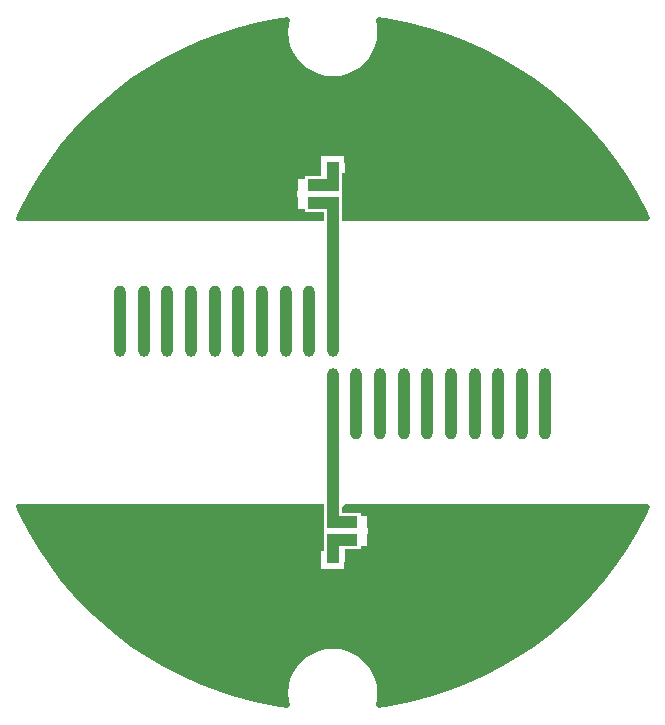
<source format=gtl>
G04*
G04 #@! TF.GenerationSoftware,Altium Limited,Altium Designer,21.1.1 (26)*
G04*
G04 Layer_Physical_Order=1*
G04 Layer_Color=255*
%FSLAX25Y25*%
%MOIN*%
G70*
G04*
G04 #@! TF.SameCoordinates,A007A2E6-7F3F-4EDA-8956-8A6C2462A32F*
G04*
G04*
G04 #@! TF.FilePolarity,Positive*
G04*
G01*
G75*
%ADD12R,0.02953X0.03937*%
%ADD13R,0.04134X0.08661*%
%ADD14R,0.03937X0.03937*%
%ADD15R,0.03937X0.02953*%
%ADD21O,0.03937X0.47244*%
%ADD22O,0.03937X0.23622*%
%ADD23C,0.03937*%
%ADD24R,0.09843X0.03937*%
%ADD25R,0.03937X0.07874*%
%ADD26R,0.03937X0.06890*%
%ADD27C,0.01772*%
G36*
X-2994Y-47244D02*
X-2988Y-47290D01*
Y-51181D01*
Y-54650D01*
X-2988Y-55118D01*
X-2968Y-55626D01*
X-2968Y-56579D01*
X-2968Y-56579D01*
Y-56988D01*
X-2988Y-57087D01*
Y-62992D01*
X-3937D01*
Y-68898D01*
X3937D01*
Y-62992D01*
X3937D01*
X4022Y-62043D01*
X7874D01*
X7972Y-62024D01*
X9366D01*
Y-61024D01*
X11811D01*
Y-51181D01*
X11811Y-51181D01*
X9366D01*
Y-50181D01*
X7973D01*
X7874Y-50161D01*
X2988D01*
Y-48226D01*
X3953Y-47244D01*
X105105D01*
X105640Y-48070D01*
X104608Y-50377D01*
X101619Y-56163D01*
X98310Y-61773D01*
X94691Y-67188D01*
X90775Y-72392D01*
X86573Y-77368D01*
X82099Y-82100D01*
X77367Y-86574D01*
X72391Y-90776D01*
X67187Y-94692D01*
X61772Y-98311D01*
X56163Y-101619D01*
X50376Y-104609D01*
X44432Y-107269D01*
X38347Y-109591D01*
X32142Y-111569D01*
X25836Y-113196D01*
X19448Y-114466D01*
X15046Y-115088D01*
X14263Y-114204D01*
X14658Y-112558D01*
X14841Y-110236D01*
X14658Y-107915D01*
X14115Y-105650D01*
X13223Y-103498D01*
X12007Y-101513D01*
X10494Y-99742D01*
X8723Y-98230D01*
X6738Y-97013D01*
X4586Y-96122D01*
X2322Y-95578D01*
X0Y-95395D01*
X-2322Y-95578D01*
X-4586Y-96122D01*
X-6738Y-97013D01*
X-8723Y-98230D01*
X-10494Y-99742D01*
X-12007Y-101513D01*
X-13223Y-103498D01*
X-14115Y-105650D01*
X-14658Y-107915D01*
X-14841Y-110236D01*
X-14658Y-112558D01*
X-14263Y-114204D01*
X-15046Y-115088D01*
X-19448Y-114466D01*
X-25836Y-113196D01*
X-32142Y-111569D01*
X-38347Y-109591D01*
X-44432Y-107269D01*
X-50376Y-104609D01*
X-56163Y-101619D01*
X-61772Y-98311D01*
X-67187Y-94692D01*
X-72391Y-90776D01*
X-77367Y-86574D01*
X-82099Y-82100D01*
X-86573Y-77368D01*
X-90775Y-72392D01*
X-94691Y-67188D01*
X-98310Y-61773D01*
X-101619Y-56163D01*
X-104608Y-50377D01*
X-105640Y-48070D01*
X-105105Y-47244D01*
X-2994D01*
D02*
G37*
G36*
X19448Y114465D02*
X25836Y113194D01*
X32142Y111567D01*
X38347Y109590D01*
X44432Y107267D01*
X50376Y104607D01*
X56163Y101618D01*
X61772Y98309D01*
X67187Y94691D01*
X72391Y90775D01*
X77367Y86573D01*
X82099Y82099D01*
X86573Y77366D01*
X90775Y72390D01*
X94691Y67186D01*
X98310Y61771D01*
X101619Y56162D01*
X104608Y50376D01*
X105640Y48070D01*
X105104Y47244D01*
X2994D01*
Y47244D01*
X2988Y47290D01*
Y53150D01*
X2988Y53150D01*
Y54650D01*
X2988Y55118D01*
X2968Y55626D01*
X2968Y56579D01*
X2968Y56579D01*
Y56988D01*
X2988Y57087D01*
Y58071D01*
X2988Y58071D01*
Y62992D01*
X3937D01*
X3937Y68898D01*
X-3937D01*
X-3937Y63028D01*
X-4022Y62043D01*
X-7874D01*
X-7972Y62024D01*
X-9366D01*
Y61024D01*
X-11811D01*
X-11811Y51181D01*
X-11811Y51181D01*
X-9366Y51181D01*
Y50181D01*
X-7973D01*
X-7874Y50161D01*
X-2988D01*
Y47290D01*
X-2994Y47244D01*
Y47244D01*
X-105104D01*
X-105640Y48070D01*
X-104608Y50376D01*
X-101619Y56162D01*
X-98310Y61771D01*
X-94691Y67186D01*
X-90775Y72390D01*
X-86573Y77366D01*
X-82099Y82099D01*
X-77367Y86573D01*
X-72391Y90775D01*
X-67187Y94691D01*
X-61772Y98309D01*
X-56163Y101618D01*
X-50376Y104607D01*
X-44432Y107267D01*
X-38347Y109590D01*
X-32142Y111567D01*
X-25836Y113194D01*
X-19448Y114465D01*
X-15047Y115086D01*
X-14263Y114203D01*
X-14658Y112558D01*
X-14841Y110236D01*
X-14658Y107915D01*
X-14115Y105650D01*
X-13223Y103498D01*
X-12007Y101513D01*
X-10494Y99742D01*
X-8723Y98230D01*
X-6738Y97013D01*
X-4586Y96122D01*
X-2322Y95578D01*
X0Y95395D01*
X2322Y95578D01*
X4586Y96122D01*
X6738Y97013D01*
X8723Y98230D01*
X10494Y99742D01*
X12007Y101513D01*
X13223Y103498D01*
X14115Y105650D01*
X14658Y107915D01*
X14841Y110236D01*
X14658Y112558D01*
X14263Y114203D01*
X15047Y115086D01*
X19448Y114465D01*
D02*
G37*
D12*
X12795Y-59055D02*
D03*
Y-53150D02*
D03*
X-12795Y53150D02*
D03*
Y59055D02*
D03*
X6890Y-59055D02*
D03*
X-6890Y59055D02*
D03*
X6890Y-53150D02*
D03*
X-6890Y53150D02*
D03*
D13*
X-5807Y-70866D02*
D03*
X5807Y-70866D02*
D03*
X-5807Y70866D02*
D03*
X5807Y70866D02*
D03*
D14*
X0Y-76772D02*
D03*
X0Y76772D02*
D03*
X-0Y-64961D02*
D03*
X0Y64961D02*
D03*
D15*
X0Y-59055D02*
D03*
Y-53150D02*
D03*
Y53150D02*
D03*
Y59055D02*
D03*
D21*
X0Y-25591D02*
D03*
Y25591D02*
D03*
D22*
X7874Y-13780D02*
D03*
X15748Y-13780D02*
D03*
X23622Y-13780D02*
D03*
X31496Y-13780D02*
D03*
X39370Y-13780D02*
D03*
X47244Y-13780D02*
D03*
X55118Y-13780D02*
D03*
X62992Y-13780D02*
D03*
X70866Y-13780D02*
D03*
X-7874Y13780D02*
D03*
X-15748Y13779D02*
D03*
X-23622Y13780D02*
D03*
X-31496Y13780D02*
D03*
X-39370Y13780D02*
D03*
X-47244Y13780D02*
D03*
X-55118Y13780D02*
D03*
X-62992Y13780D02*
D03*
X-70866Y13780D02*
D03*
D23*
X0Y47244D02*
D03*
X-0Y-47244D02*
D03*
X7874Y-23622D02*
D03*
X7874Y-3937D02*
D03*
X0Y-3937D02*
D03*
X15748Y-23622D02*
D03*
X15748Y-3937D02*
D03*
X23622Y-23622D02*
D03*
X23622Y-3937D02*
D03*
X31496Y-23622D02*
D03*
X31496Y-3937D02*
D03*
X39370Y-23622D02*
D03*
X39370Y-3937D02*
D03*
X47244Y-23622D02*
D03*
X47244Y-3937D02*
D03*
X55118Y-23622D02*
D03*
X55118Y-3937D02*
D03*
X62992Y-23622D02*
D03*
X62992Y-3937D02*
D03*
X70866Y-23622D02*
D03*
Y-3937D02*
D03*
X-7874Y23622D02*
D03*
X-7874Y3937D02*
D03*
X-0Y3937D02*
D03*
X-15748Y23622D02*
D03*
X-15748Y3937D02*
D03*
X-23622Y23622D02*
D03*
X-23622Y3937D02*
D03*
X-31496Y23622D02*
D03*
X-31496Y3937D02*
D03*
X-39370Y23622D02*
D03*
X-39370Y3937D02*
D03*
X-47244Y23622D02*
D03*
X-47244Y3937D02*
D03*
X-55118Y23622D02*
D03*
X-55118Y3937D02*
D03*
X-62992Y23622D02*
D03*
X-62992Y3937D02*
D03*
X-70866Y23622D02*
D03*
X-70866Y3937D02*
D03*
D24*
X-2953Y59055D02*
D03*
Y53150D02*
D03*
X2953Y-53150D02*
D03*
Y-59055D02*
D03*
D25*
X0Y62008D02*
D03*
Y-62008D02*
D03*
D26*
X0Y49705D02*
D03*
X0Y-49705D02*
D03*
D27*
X77941Y54705D02*
D03*
X70067D02*
D03*
X62193Y70453D02*
D03*
X66130Y62579D02*
D03*
X62193Y54705D02*
D03*
X54319Y70453D02*
D03*
X58256Y62579D02*
D03*
X54319Y54705D02*
D03*
X50382Y78327D02*
D03*
X46445Y70453D02*
D03*
X50382Y62579D02*
D03*
X46445Y54705D02*
D03*
X38571Y86201D02*
D03*
X42508Y78327D02*
D03*
X38571Y70453D02*
D03*
X42508Y62579D02*
D03*
X38571Y54705D02*
D03*
X30697Y86201D02*
D03*
X34634Y78327D02*
D03*
X30697Y70453D02*
D03*
X34634Y62579D02*
D03*
X30697Y54705D02*
D03*
X22823Y86201D02*
D03*
X26760Y78327D02*
D03*
X22823Y70453D02*
D03*
X26760Y62579D02*
D03*
X22823Y54705D02*
D03*
X14949Y86201D02*
D03*
X18886Y78327D02*
D03*
X14949Y70453D02*
D03*
X18886Y62579D02*
D03*
X14949Y54705D02*
D03*
X7075Y86201D02*
D03*
X11012Y78327D02*
D03*
Y62579D02*
D03*
X7075Y54705D02*
D03*
X-799Y86201D02*
D03*
X-8673D02*
D03*
X-4736Y78327D02*
D03*
X-16547Y86201D02*
D03*
X-12610Y78327D02*
D03*
X-16547Y70453D02*
D03*
X-12610Y62579D02*
D03*
X-16547Y54705D02*
D03*
X-24421Y86201D02*
D03*
X-20484Y78327D02*
D03*
X-24421Y70453D02*
D03*
X-20484Y62579D02*
D03*
X-24421Y54705D02*
D03*
X-32295Y86201D02*
D03*
X-28358Y78327D02*
D03*
X-32295Y70453D02*
D03*
X-28358Y62579D02*
D03*
X-32295Y54705D02*
D03*
X-40169Y86201D02*
D03*
X-36232Y78327D02*
D03*
X-40169Y70453D02*
D03*
X-36232Y62579D02*
D03*
X-40169Y54705D02*
D03*
X-44106Y78327D02*
D03*
X-48043Y70453D02*
D03*
X-44106Y62579D02*
D03*
X-48043Y54705D02*
D03*
X-51980Y78327D02*
D03*
X-55917Y70453D02*
D03*
X-51980Y62579D02*
D03*
X-55917Y54705D02*
D03*
X-63791Y70453D02*
D03*
X-59854Y62579D02*
D03*
X-63791Y54705D02*
D03*
X-67728Y62579D02*
D03*
X-71665Y54705D02*
D03*
X74004Y-55531D02*
D03*
X70067Y-63405D02*
D03*
X66130Y-55531D02*
D03*
X62193Y-63405D02*
D03*
X58256Y-55531D02*
D03*
X54319Y-63405D02*
D03*
X58256Y-71279D02*
D03*
X50382Y-55531D02*
D03*
X46445Y-63405D02*
D03*
X50382Y-71279D02*
D03*
X46445Y-79153D02*
D03*
X42508Y-55531D02*
D03*
X38571Y-63405D02*
D03*
X42508Y-71279D02*
D03*
X38571Y-79153D02*
D03*
X34634Y-55531D02*
D03*
X30697Y-63405D02*
D03*
X34634Y-71279D02*
D03*
X30697Y-79153D02*
D03*
X34634Y-87027D02*
D03*
X26760Y-55531D02*
D03*
X22823Y-63405D02*
D03*
X26760Y-71279D02*
D03*
X22823Y-79153D02*
D03*
X26760Y-87027D02*
D03*
X18886Y-55531D02*
D03*
X14949Y-63405D02*
D03*
X18886Y-71279D02*
D03*
X14949Y-79153D02*
D03*
X18886Y-87027D02*
D03*
X7075Y-63405D02*
D03*
X11012Y-71279D02*
D03*
X7075Y-79153D02*
D03*
X11012Y-87027D02*
D03*
X7075Y-94902D02*
D03*
X3138Y-87027D02*
D03*
X-4736Y-55531D02*
D03*
X-8673Y-63405D02*
D03*
Y-79153D02*
D03*
X-4736Y-87027D02*
D03*
X-8673Y-94902D02*
D03*
X-12610Y-55531D02*
D03*
X-16547Y-63405D02*
D03*
X-12610Y-71279D02*
D03*
X-16547Y-79153D02*
D03*
X-12610Y-87027D02*
D03*
X-20484Y-55531D02*
D03*
X-24421Y-63405D02*
D03*
X-20484Y-71279D02*
D03*
X-24421Y-79153D02*
D03*
X-20484Y-87027D02*
D03*
X-28358Y-55531D02*
D03*
X-32295Y-63405D02*
D03*
X-28358Y-71279D02*
D03*
X-32295Y-79153D02*
D03*
X-28358Y-87027D02*
D03*
X-36232Y-55531D02*
D03*
X-40169Y-63405D02*
D03*
X-36232Y-71279D02*
D03*
X-40169Y-79153D02*
D03*
X-36232Y-87027D02*
D03*
X-44106Y-55531D02*
D03*
X-48043Y-63405D02*
D03*
X-44106Y-71279D02*
D03*
X-48043Y-79153D02*
D03*
X-51980Y-55531D02*
D03*
X-55917Y-63405D02*
D03*
X-51980Y-71279D02*
D03*
X-59854Y-55531D02*
D03*
X-63791Y-63405D02*
D03*
X-59854Y-71279D02*
D03*
X-67728Y-55531D02*
D03*
X-75602D02*
D03*
M02*

</source>
